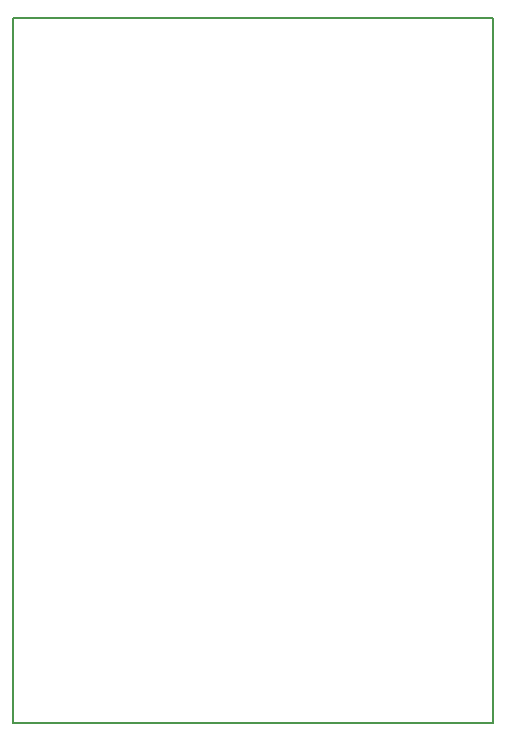
<source format=gm1>
G04 #@! TF.FileFunction,Profile,NP*
%FSLAX46Y46*%
G04 Gerber Fmt 4.6, Leading zero omitted, Abs format (unit mm)*
G04 Created by KiCad (PCBNEW 4.0.5+dfsg1-4) date Sat Apr 22 21:00:06 2017*
%MOMM*%
%LPD*%
G01*
G04 APERTURE LIST*
%ADD10C,0.100000*%
%ADD11C,0.150000*%
G04 APERTURE END LIST*
D10*
D11*
X157480000Y-138430000D02*
X157480000Y-78740000D01*
X198120000Y-138430000D02*
X157480000Y-138430000D01*
X198120000Y-78740000D02*
X198120000Y-138430000D01*
X157480000Y-78740000D02*
X198120000Y-78740000D01*
M02*

</source>
